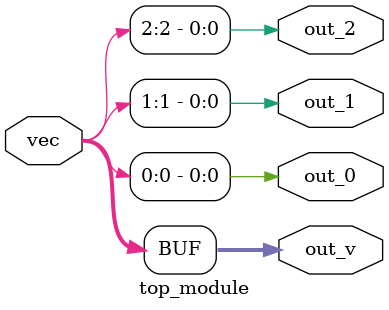
<source format=v>

module top_module(vec, out_v, out_0, out_1, out_2);

	input wire [2:0] vec;
	output wire [2:0] out_v;
	output wire out_0, out_1, out_2;

	assign out_v = vec;
	assign out_0 = vec[0];
	assign out_1 = vec[1];
	assign out_2 = vec[2];

endmodule

</source>
